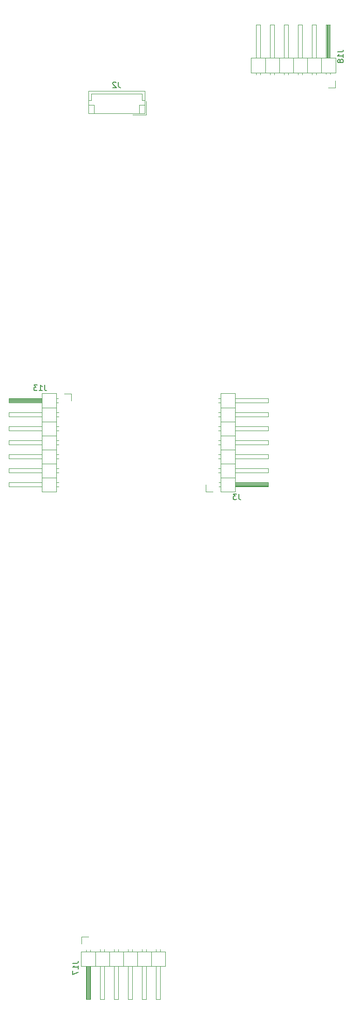
<source format=gbr>
%TF.GenerationSoftware,KiCad,Pcbnew,8.0.8*%
%TF.CreationDate,2025-03-24T10:51:23+01:00*%
%TF.ProjectId,column,636f6c75-6d6e-42e6-9b69-6361645f7063,rev?*%
%TF.SameCoordinates,Original*%
%TF.FileFunction,Legend,Bot*%
%TF.FilePolarity,Positive*%
%FSLAX46Y46*%
G04 Gerber Fmt 4.6, Leading zero omitted, Abs format (unit mm)*
G04 Created by KiCad (PCBNEW 8.0.8) date 2025-03-24 10:51:23*
%MOMM*%
%LPD*%
G01*
G04 APERTURE LIST*
%ADD10C,0.150000*%
%ADD11C,0.120000*%
G04 APERTURE END LIST*
D10*
X20424523Y-72644819D02*
X20424523Y-73359104D01*
X20424523Y-73359104D02*
X20472142Y-73501961D01*
X20472142Y-73501961D02*
X20567380Y-73597200D01*
X20567380Y-73597200D02*
X20710237Y-73644819D01*
X20710237Y-73644819D02*
X20805475Y-73644819D01*
X19424523Y-73644819D02*
X19995951Y-73644819D01*
X19710237Y-73644819D02*
X19710237Y-72644819D01*
X19710237Y-72644819D02*
X19805475Y-72787676D01*
X19805475Y-72787676D02*
X19900713Y-72882914D01*
X19900713Y-72882914D02*
X19995951Y-72930533D01*
X19091189Y-72644819D02*
X18472142Y-72644819D01*
X18472142Y-72644819D02*
X18805475Y-73025771D01*
X18805475Y-73025771D02*
X18662618Y-73025771D01*
X18662618Y-73025771D02*
X18567380Y-73073390D01*
X18567380Y-73073390D02*
X18519761Y-73121009D01*
X18519761Y-73121009D02*
X18472142Y-73216247D01*
X18472142Y-73216247D02*
X18472142Y-73454342D01*
X18472142Y-73454342D02*
X18519761Y-73549580D01*
X18519761Y-73549580D02*
X18567380Y-73597200D01*
X18567380Y-73597200D02*
X18662618Y-73644819D01*
X18662618Y-73644819D02*
X18948332Y-73644819D01*
X18948332Y-73644819D02*
X19043570Y-73597200D01*
X19043570Y-73597200D02*
X19091189Y-73549580D01*
X55718333Y-92424819D02*
X55718333Y-93139104D01*
X55718333Y-93139104D02*
X55765952Y-93281961D01*
X55765952Y-93281961D02*
X55861190Y-93377200D01*
X55861190Y-93377200D02*
X56004047Y-93424819D01*
X56004047Y-93424819D02*
X56099285Y-93424819D01*
X55337380Y-92424819D02*
X54718333Y-92424819D01*
X54718333Y-92424819D02*
X55051666Y-92805771D01*
X55051666Y-92805771D02*
X54908809Y-92805771D01*
X54908809Y-92805771D02*
X54813571Y-92853390D01*
X54813571Y-92853390D02*
X54765952Y-92901009D01*
X54765952Y-92901009D02*
X54718333Y-92996247D01*
X54718333Y-92996247D02*
X54718333Y-93234342D01*
X54718333Y-93234342D02*
X54765952Y-93329580D01*
X54765952Y-93329580D02*
X54813571Y-93377200D01*
X54813571Y-93377200D02*
X54908809Y-93424819D01*
X54908809Y-93424819D02*
X55194523Y-93424819D01*
X55194523Y-93424819D02*
X55289761Y-93377200D01*
X55289761Y-93377200D02*
X55337380Y-93329580D01*
X73724819Y-12180476D02*
X74439104Y-12180476D01*
X74439104Y-12180476D02*
X74581961Y-12132857D01*
X74581961Y-12132857D02*
X74677200Y-12037619D01*
X74677200Y-12037619D02*
X74724819Y-11894762D01*
X74724819Y-11894762D02*
X74724819Y-11799524D01*
X74724819Y-13180476D02*
X74724819Y-12609048D01*
X74724819Y-12894762D02*
X73724819Y-12894762D01*
X73724819Y-12894762D02*
X73867676Y-12799524D01*
X73867676Y-12799524D02*
X73962914Y-12704286D01*
X73962914Y-12704286D02*
X74010533Y-12609048D01*
X74153390Y-13751905D02*
X74105771Y-13656667D01*
X74105771Y-13656667D02*
X74058152Y-13609048D01*
X74058152Y-13609048D02*
X73962914Y-13561429D01*
X73962914Y-13561429D02*
X73915295Y-13561429D01*
X73915295Y-13561429D02*
X73820057Y-13609048D01*
X73820057Y-13609048D02*
X73772438Y-13656667D01*
X73772438Y-13656667D02*
X73724819Y-13751905D01*
X73724819Y-13751905D02*
X73724819Y-13942381D01*
X73724819Y-13942381D02*
X73772438Y-14037619D01*
X73772438Y-14037619D02*
X73820057Y-14085238D01*
X73820057Y-14085238D02*
X73915295Y-14132857D01*
X73915295Y-14132857D02*
X73962914Y-14132857D01*
X73962914Y-14132857D02*
X74058152Y-14085238D01*
X74058152Y-14085238D02*
X74105771Y-14037619D01*
X74105771Y-14037619D02*
X74153390Y-13942381D01*
X74153390Y-13942381D02*
X74153390Y-13751905D01*
X74153390Y-13751905D02*
X74201009Y-13656667D01*
X74201009Y-13656667D02*
X74248628Y-13609048D01*
X74248628Y-13609048D02*
X74343866Y-13561429D01*
X74343866Y-13561429D02*
X74534342Y-13561429D01*
X74534342Y-13561429D02*
X74629580Y-13609048D01*
X74629580Y-13609048D02*
X74677200Y-13656667D01*
X74677200Y-13656667D02*
X74724819Y-13751905D01*
X74724819Y-13751905D02*
X74724819Y-13942381D01*
X74724819Y-13942381D02*
X74677200Y-14037619D01*
X74677200Y-14037619D02*
X74629580Y-14085238D01*
X74629580Y-14085238D02*
X74534342Y-14132857D01*
X74534342Y-14132857D02*
X74343866Y-14132857D01*
X74343866Y-14132857D02*
X74248628Y-14085238D01*
X74248628Y-14085238D02*
X74201009Y-14037619D01*
X74201009Y-14037619D02*
X74153390Y-13942381D01*
X25564819Y-177600476D02*
X26279104Y-177600476D01*
X26279104Y-177600476D02*
X26421961Y-177552857D01*
X26421961Y-177552857D02*
X26517200Y-177457619D01*
X26517200Y-177457619D02*
X26564819Y-177314762D01*
X26564819Y-177314762D02*
X26564819Y-177219524D01*
X26564819Y-178600476D02*
X26564819Y-178029048D01*
X26564819Y-178314762D02*
X25564819Y-178314762D01*
X25564819Y-178314762D02*
X25707676Y-178219524D01*
X25707676Y-178219524D02*
X25802914Y-178124286D01*
X25802914Y-178124286D02*
X25850533Y-178029048D01*
X25564819Y-178933810D02*
X25564819Y-179600476D01*
X25564819Y-179600476D02*
X26564819Y-179171905D01*
X33833333Y-17654819D02*
X33833333Y-18369104D01*
X33833333Y-18369104D02*
X33880952Y-18511961D01*
X33880952Y-18511961D02*
X33976190Y-18607200D01*
X33976190Y-18607200D02*
X34119047Y-18654819D01*
X34119047Y-18654819D02*
X34214285Y-18654819D01*
X33404761Y-17750057D02*
X33357142Y-17702438D01*
X33357142Y-17702438D02*
X33261904Y-17654819D01*
X33261904Y-17654819D02*
X33023809Y-17654819D01*
X33023809Y-17654819D02*
X32928571Y-17702438D01*
X32928571Y-17702438D02*
X32880952Y-17750057D01*
X32880952Y-17750057D02*
X32833333Y-17845295D01*
X32833333Y-17845295D02*
X32833333Y-17940533D01*
X32833333Y-17940533D02*
X32880952Y-18083390D01*
X32880952Y-18083390D02*
X33452380Y-18654819D01*
X33452380Y-18654819D02*
X32833333Y-18654819D01*
D11*
%TO.C,J13*%
X13900000Y-75080000D02*
X19900000Y-75080000D01*
X13900000Y-75140000D02*
X19900000Y-75140000D01*
X13900000Y-75260000D02*
X19900000Y-75260000D01*
X13900000Y-75380000D02*
X19900000Y-75380000D01*
X13900000Y-75500000D02*
X19900000Y-75500000D01*
X13900000Y-75620000D02*
X19900000Y-75620000D01*
X13900000Y-75740000D02*
X19900000Y-75740000D01*
X13900000Y-75840000D02*
X13900000Y-75080000D01*
X13900000Y-77620000D02*
X19900000Y-77620000D01*
X13900000Y-78380000D02*
X13900000Y-77620000D01*
X13900000Y-80160000D02*
X19900000Y-80160000D01*
X13900000Y-80920000D02*
X13900000Y-80160000D01*
X13900000Y-82700000D02*
X19900000Y-82700000D01*
X13900000Y-83460000D02*
X13900000Y-82700000D01*
X13900000Y-85240000D02*
X19900000Y-85240000D01*
X13900000Y-86000000D02*
X13900000Y-85240000D01*
X13900000Y-87780000D02*
X19900000Y-87780000D01*
X13900000Y-88540000D02*
X13900000Y-87780000D01*
X13900000Y-90320000D02*
X19900000Y-90320000D01*
X13900000Y-91080000D02*
X13900000Y-90320000D01*
X19900000Y-74130000D02*
X19900000Y-92030000D01*
X19900000Y-75840000D02*
X13900000Y-75840000D01*
X19900000Y-76730000D02*
X22560000Y-76730000D01*
X19900000Y-78380000D02*
X13900000Y-78380000D01*
X19900000Y-79270000D02*
X22560000Y-79270000D01*
X19900000Y-80920000D02*
X13900000Y-80920000D01*
X19900000Y-81810000D02*
X22560000Y-81810000D01*
X19900000Y-83460000D02*
X13900000Y-83460000D01*
X19900000Y-84350000D02*
X22560000Y-84350000D01*
X19900000Y-86000000D02*
X13900000Y-86000000D01*
X19900000Y-86890000D02*
X22560000Y-86890000D01*
X19900000Y-88540000D02*
X13900000Y-88540000D01*
X19900000Y-89430000D02*
X22560000Y-89430000D01*
X19900000Y-91080000D02*
X13900000Y-91080000D01*
X19900000Y-92030000D02*
X22560000Y-92030000D01*
X22560000Y-74130000D02*
X19900000Y-74130000D01*
X22560000Y-75080000D02*
X22890000Y-75080000D01*
X22560000Y-75840000D02*
X22890000Y-75840000D01*
X22560000Y-77620000D02*
X22957071Y-77620000D01*
X22560000Y-78380000D02*
X22957071Y-78380000D01*
X22560000Y-80160000D02*
X22957071Y-80160000D01*
X22560000Y-80920000D02*
X22957071Y-80920000D01*
X22560000Y-82700000D02*
X22957071Y-82700000D01*
X22560000Y-83460000D02*
X22957071Y-83460000D01*
X22560000Y-85240000D02*
X22957071Y-85240000D01*
X22560000Y-86000000D02*
X22957071Y-86000000D01*
X22560000Y-87780000D02*
X22957071Y-87780000D01*
X22560000Y-88540000D02*
X22957071Y-88540000D01*
X22560000Y-90320000D02*
X22957071Y-90320000D01*
X22560000Y-91080000D02*
X22957071Y-91080000D01*
X22560000Y-92030000D02*
X22560000Y-74130000D01*
X24000000Y-74190000D02*
X25270000Y-74190000D01*
X25270000Y-74190000D02*
X25270000Y-75460000D01*
%TO.C,J3*%
X49730000Y-91970000D02*
X49730000Y-90700000D01*
X51000000Y-91970000D02*
X49730000Y-91970000D01*
X52440000Y-74130000D02*
X52440000Y-92030000D01*
X52440000Y-75080000D02*
X52042929Y-75080000D01*
X52440000Y-75840000D02*
X52042929Y-75840000D01*
X52440000Y-77620000D02*
X52042929Y-77620000D01*
X52440000Y-78380000D02*
X52042929Y-78380000D01*
X52440000Y-80160000D02*
X52042929Y-80160000D01*
X52440000Y-80920000D02*
X52042929Y-80920000D01*
X52440000Y-82700000D02*
X52042929Y-82700000D01*
X52440000Y-83460000D02*
X52042929Y-83460000D01*
X52440000Y-85240000D02*
X52042929Y-85240000D01*
X52440000Y-86000000D02*
X52042929Y-86000000D01*
X52440000Y-87780000D02*
X52042929Y-87780000D01*
X52440000Y-88540000D02*
X52042929Y-88540000D01*
X52440000Y-90320000D02*
X52110000Y-90320000D01*
X52440000Y-91080000D02*
X52110000Y-91080000D01*
X52440000Y-92030000D02*
X55100000Y-92030000D01*
X55100000Y-74130000D02*
X52440000Y-74130000D01*
X55100000Y-75080000D02*
X61100000Y-75080000D01*
X55100000Y-76730000D02*
X52440000Y-76730000D01*
X55100000Y-77620000D02*
X61100000Y-77620000D01*
X55100000Y-79270000D02*
X52440000Y-79270000D01*
X55100000Y-80160000D02*
X61100000Y-80160000D01*
X55100000Y-81810000D02*
X52440000Y-81810000D01*
X55100000Y-82700000D02*
X61100000Y-82700000D01*
X55100000Y-84350000D02*
X52440000Y-84350000D01*
X55100000Y-85240000D02*
X61100000Y-85240000D01*
X55100000Y-86890000D02*
X52440000Y-86890000D01*
X55100000Y-87780000D02*
X61100000Y-87780000D01*
X55100000Y-89430000D02*
X52440000Y-89430000D01*
X55100000Y-90320000D02*
X61100000Y-90320000D01*
X55100000Y-92030000D02*
X55100000Y-74130000D01*
X61100000Y-75080000D02*
X61100000Y-75840000D01*
X61100000Y-75840000D02*
X55100000Y-75840000D01*
X61100000Y-77620000D02*
X61100000Y-78380000D01*
X61100000Y-78380000D02*
X55100000Y-78380000D01*
X61100000Y-80160000D02*
X61100000Y-80920000D01*
X61100000Y-80920000D02*
X55100000Y-80920000D01*
X61100000Y-82700000D02*
X61100000Y-83460000D01*
X61100000Y-83460000D02*
X55100000Y-83460000D01*
X61100000Y-85240000D02*
X61100000Y-86000000D01*
X61100000Y-86000000D02*
X55100000Y-86000000D01*
X61100000Y-87780000D02*
X61100000Y-88540000D01*
X61100000Y-88540000D02*
X55100000Y-88540000D01*
X61100000Y-90320000D02*
X61100000Y-91080000D01*
X61100000Y-90420000D02*
X55100000Y-90420000D01*
X61100000Y-90540000D02*
X55100000Y-90540000D01*
X61100000Y-90660000D02*
X55100000Y-90660000D01*
X61100000Y-90780000D02*
X55100000Y-90780000D01*
X61100000Y-90900000D02*
X55100000Y-90900000D01*
X61100000Y-91020000D02*
X55100000Y-91020000D01*
X61100000Y-91080000D02*
X55100000Y-91080000D01*
%TO.C,J18*%
X57970000Y-13275000D02*
X57970000Y-15935000D01*
X57970000Y-15935000D02*
X73330000Y-15935000D01*
X58920000Y-7275000D02*
X59680000Y-7275000D01*
X58920000Y-13275000D02*
X58920000Y-7275000D01*
X58920000Y-15935000D02*
X58920000Y-16332071D01*
X59680000Y-7275000D02*
X59680000Y-13275000D01*
X59680000Y-15935000D02*
X59680000Y-16332071D01*
X60570000Y-13275000D02*
X60570000Y-15935000D01*
X61460000Y-7275000D02*
X62220000Y-7275000D01*
X61460000Y-13275000D02*
X61460000Y-7275000D01*
X61460000Y-15935000D02*
X61460000Y-16332071D01*
X62220000Y-7275000D02*
X62220000Y-13275000D01*
X62220000Y-15935000D02*
X62220000Y-16332071D01*
X63110000Y-13275000D02*
X63110000Y-15935000D01*
X64000000Y-7275000D02*
X64760000Y-7275000D01*
X64000000Y-13275000D02*
X64000000Y-7275000D01*
X64000000Y-15935000D02*
X64000000Y-16332071D01*
X64760000Y-7275000D02*
X64760000Y-13275000D01*
X64760000Y-15935000D02*
X64760000Y-16332071D01*
X65650000Y-13275000D02*
X65650000Y-15935000D01*
X66540000Y-7275000D02*
X67300000Y-7275000D01*
X66540000Y-13275000D02*
X66540000Y-7275000D01*
X66540000Y-15935000D02*
X66540000Y-16332071D01*
X67300000Y-7275000D02*
X67300000Y-13275000D01*
X67300000Y-15935000D02*
X67300000Y-16332071D01*
X68190000Y-13275000D02*
X68190000Y-15935000D01*
X69080000Y-7275000D02*
X69840000Y-7275000D01*
X69080000Y-13275000D02*
X69080000Y-7275000D01*
X69080000Y-15935000D02*
X69080000Y-16332071D01*
X69840000Y-7275000D02*
X69840000Y-13275000D01*
X69840000Y-15935000D02*
X69840000Y-16332071D01*
X70730000Y-13275000D02*
X70730000Y-15935000D01*
X71620000Y-7275000D02*
X72380000Y-7275000D01*
X71620000Y-13275000D02*
X71620000Y-7275000D01*
X71620000Y-15935000D02*
X71620000Y-16265000D01*
X71720000Y-7275000D02*
X71720000Y-13275000D01*
X71840000Y-7275000D02*
X71840000Y-13275000D01*
X71960000Y-7275000D02*
X71960000Y-13275000D01*
X72080000Y-7275000D02*
X72080000Y-13275000D01*
X72200000Y-7275000D02*
X72200000Y-13275000D01*
X72320000Y-7275000D02*
X72320000Y-13275000D01*
X72380000Y-7275000D02*
X72380000Y-13275000D01*
X72380000Y-15935000D02*
X72380000Y-16265000D01*
X73270000Y-17375000D02*
X73270000Y-18645000D01*
X73270000Y-18645000D02*
X72000000Y-18645000D01*
X73330000Y-13275000D02*
X57970000Y-13275000D01*
X73330000Y-15935000D02*
X73330000Y-13275000D01*
%TO.C,J17*%
X27050000Y-175465000D02*
X27050000Y-178125000D01*
X27050000Y-178125000D02*
X42410000Y-178125000D01*
X27110000Y-172755000D02*
X28380000Y-172755000D01*
X27110000Y-174025000D02*
X27110000Y-172755000D01*
X28000000Y-175465000D02*
X28000000Y-175135000D01*
X28000000Y-184125000D02*
X28000000Y-178125000D01*
X28060000Y-184125000D02*
X28060000Y-178125000D01*
X28180000Y-184125000D02*
X28180000Y-178125000D01*
X28300000Y-184125000D02*
X28300000Y-178125000D01*
X28420000Y-184125000D02*
X28420000Y-178125000D01*
X28540000Y-184125000D02*
X28540000Y-178125000D01*
X28660000Y-184125000D02*
X28660000Y-178125000D01*
X28760000Y-175465000D02*
X28760000Y-175135000D01*
X28760000Y-178125000D02*
X28760000Y-184125000D01*
X28760000Y-184125000D02*
X28000000Y-184125000D01*
X29650000Y-178125000D02*
X29650000Y-175465000D01*
X30540000Y-175465000D02*
X30540000Y-175067929D01*
X30540000Y-184125000D02*
X30540000Y-178125000D01*
X31300000Y-175465000D02*
X31300000Y-175067929D01*
X31300000Y-178125000D02*
X31300000Y-184125000D01*
X31300000Y-184125000D02*
X30540000Y-184125000D01*
X32190000Y-178125000D02*
X32190000Y-175465000D01*
X33080000Y-175465000D02*
X33080000Y-175067929D01*
X33080000Y-184125000D02*
X33080000Y-178125000D01*
X33840000Y-175465000D02*
X33840000Y-175067929D01*
X33840000Y-178125000D02*
X33840000Y-184125000D01*
X33840000Y-184125000D02*
X33080000Y-184125000D01*
X34730000Y-178125000D02*
X34730000Y-175465000D01*
X35620000Y-175465000D02*
X35620000Y-175067929D01*
X35620000Y-184125000D02*
X35620000Y-178125000D01*
X36380000Y-175465000D02*
X36380000Y-175067929D01*
X36380000Y-178125000D02*
X36380000Y-184125000D01*
X36380000Y-184125000D02*
X35620000Y-184125000D01*
X37270000Y-178125000D02*
X37270000Y-175465000D01*
X38160000Y-175465000D02*
X38160000Y-175067929D01*
X38160000Y-184125000D02*
X38160000Y-178125000D01*
X38920000Y-175465000D02*
X38920000Y-175067929D01*
X38920000Y-178125000D02*
X38920000Y-184125000D01*
X38920000Y-184125000D02*
X38160000Y-184125000D01*
X39810000Y-178125000D02*
X39810000Y-175465000D01*
X40700000Y-175465000D02*
X40700000Y-175067929D01*
X40700000Y-184125000D02*
X40700000Y-178125000D01*
X41460000Y-175465000D02*
X41460000Y-175067929D01*
X41460000Y-178125000D02*
X41460000Y-184125000D01*
X41460000Y-184125000D02*
X40700000Y-184125000D01*
X42410000Y-175465000D02*
X27050000Y-175465000D01*
X42410000Y-178125000D02*
X42410000Y-175465000D01*
%TO.C,J2*%
X28390000Y-19290000D02*
X28390000Y-23310000D01*
X28390000Y-21000000D02*
X28890000Y-21000000D01*
X28390000Y-23310000D02*
X38610000Y-23310000D01*
X28890000Y-19790000D02*
X38110000Y-19790000D01*
X28890000Y-21000000D02*
X28890000Y-19790000D01*
X29390000Y-21810000D02*
X28390000Y-21810000D01*
X29390000Y-23310000D02*
X29390000Y-21810000D01*
X36410000Y-23610000D02*
X38910000Y-23610000D01*
X37610000Y-21810000D02*
X38610000Y-21810000D01*
X37610000Y-23310000D02*
X37610000Y-21810000D01*
X38110000Y-19790000D02*
X38110000Y-21000000D01*
X38110000Y-21000000D02*
X38610000Y-21000000D01*
X38610000Y-19290000D02*
X28390000Y-19290000D01*
X38610000Y-23310000D02*
X38610000Y-19290000D01*
X38910000Y-23610000D02*
X38910000Y-21110000D01*
%TD*%
M02*

</source>
